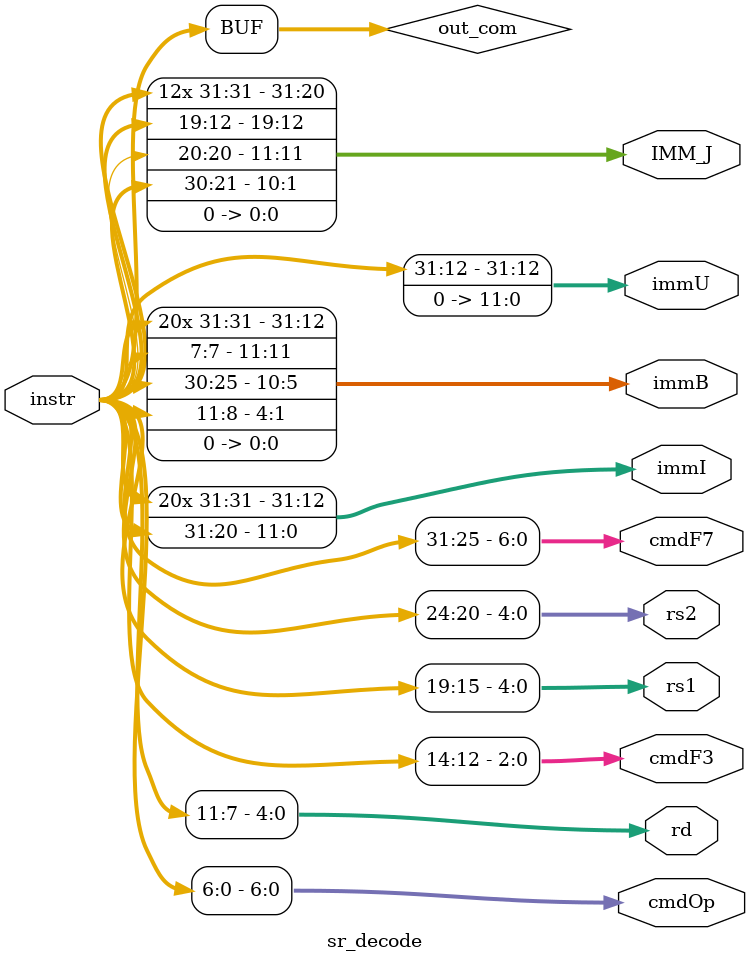
<source format=sv>

`include "sr_cpu.sv"

module sr_decode
(
    input        [31:0] instr,
    output       [ 6:0] cmdOp,
    output       [ 4:0] rd,
    output       [ 2:0] cmdF3,
    output       [ 4:0] rs1,
    output       [ 4:0] rs2,
    output       [ 6:0] cmdF7,
    output logic [31:0] immI,
    output logic [31:0] immB,
    output logic [31:0] immU,
	 output [31:0] IMM_J
);
    assign cmdOp = instr [ 6: 0];
    assign rd    = instr [11: 7];
    assign cmdF3 = instr [14:12];
    assign rs1   = instr [19:15];
    assign rs2   = instr [24:20];
    assign cmdF7 = instr [31:25];
	 wire [31:0]  out_com;
	 assign out_com = instr;

    // I-type

    always_comb
    begin
        immI [10: 0] = instr [30:20];
        immI [31:11] = { 21 { instr [31] } };
    end

    // B-type

    always_comb
    begin
        immB [    0] = 1'b0;
        immB [ 4: 1] = instr [11:8];
        immB [10: 5] = instr [30:25];
        immB [   11] = instr [7];
        immB [31:12] = { 20 { instr [31] } };
    end

    // U-type

    always_comb
    begin
        immU [11: 0] = 12'b0;
        immU [31:12] = instr [31:12];
    end
	
	assign IMM_J = {{12{out_com[31]}}, out_com[19:12], out_com[20], out_com [30:21],1'd0};
endmodule
</source>
